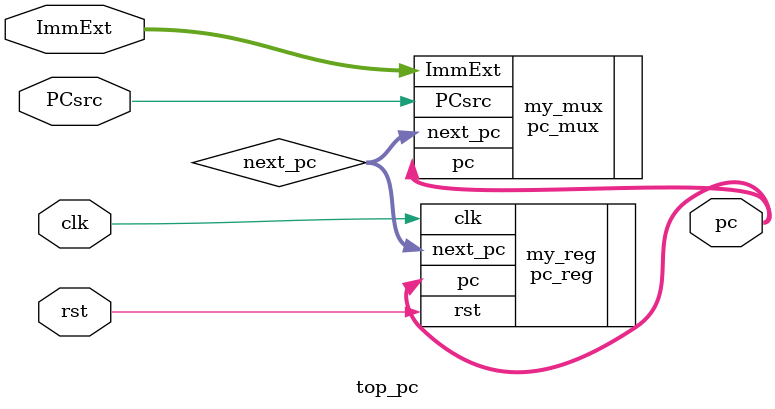
<source format=sv>
module top_pc #(
    parameter ADDRESS_WIDTH = 8,
              DATA_WIDTH = 32
)(
    input  logic                     clk,
    input  logic                     rst,
    input  logic                     PCsrc,
    input  logic [DATA_WIDTH-1:0]    ImmExt,

    output logic [ADDRESS_WIDTH-1:0] pc
);

logic [ADDRESS_WIDTH-1:0] next_pc;

pc_mux my_mux (
    .PCsrc(PCsrc),
    .ImmExt(ImmExt),
    .pc(pc),
    .next_pc(next_pc)
);

pc_reg my_reg(
    .clk(clk),
    .rst(rst),
    .next_pc(next_pc),
    .pc(pc)
);

endmodule

</source>
